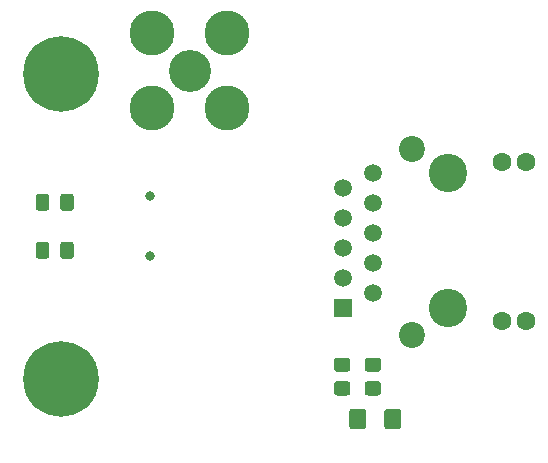
<source format=gts>
G04 #@! TF.GenerationSoftware,KiCad,Pcbnew,(5.1.12)-1*
G04 #@! TF.CreationDate,2021-12-17T13:10:56+01:00*
G04 #@! TF.ProjectId,eth_mezz_mag_rj45,6574685f-6d65-47a7-9a5f-6d61675f726a,rev?*
G04 #@! TF.SameCoordinates,Original*
G04 #@! TF.FileFunction,Soldermask,Top*
G04 #@! TF.FilePolarity,Negative*
%FSLAX46Y46*%
G04 Gerber Fmt 4.6, Leading zero omitted, Abs format (unit mm)*
G04 Created by KiCad (PCBNEW (5.1.12)-1) date 2021-12-17 13:10:56*
%MOMM*%
%LPD*%
G01*
G04 APERTURE LIST*
%ADD10C,0.800000*%
%ADD11C,6.400000*%
%ADD12C,3.810000*%
%ADD13C,3.556000*%
%ADD14C,1.600000*%
%ADD15R,1.500000X1.500000*%
%ADD16C,1.500000*%
%ADD17C,2.200000*%
%ADD18C,3.250000*%
G04 APERTURE END LIST*
D10*
X124889820Y-98307900D03*
X124889820Y-93250500D03*
X119093056Y-106981344D03*
X117396000Y-106278400D03*
X115698944Y-106981344D03*
X114996000Y-108678400D03*
X115698944Y-110375456D03*
X117396000Y-111078400D03*
X119093056Y-110375456D03*
X119796000Y-108678400D03*
D11*
X117396000Y-108678400D03*
D10*
X119093056Y-81174944D03*
X117396000Y-80472000D03*
X115698944Y-81174944D03*
X114996000Y-82872000D03*
X115698944Y-84569056D03*
X117396000Y-85272000D03*
X119093056Y-84569056D03*
X119796000Y-82872000D03*
D11*
X117396000Y-82872000D03*
D12*
X131467600Y-85767600D03*
X125117600Y-85767600D03*
X131467600Y-79417600D03*
D13*
X128292600Y-82592600D03*
D12*
X125117600Y-79417600D03*
G36*
G01*
X116416500Y-97332200D02*
X116416500Y-98282200D01*
G75*
G02*
X116166500Y-98532200I-250000J0D01*
G01*
X115491500Y-98532200D01*
G75*
G02*
X115241500Y-98282200I0J250000D01*
G01*
X115241500Y-97332200D01*
G75*
G02*
X115491500Y-97082200I250000J0D01*
G01*
X116166500Y-97082200D01*
G75*
G02*
X116416500Y-97332200I0J-250000D01*
G01*
G37*
G36*
G01*
X118491500Y-97332200D02*
X118491500Y-98282200D01*
G75*
G02*
X118241500Y-98532200I-250000J0D01*
G01*
X117566500Y-98532200D01*
G75*
G02*
X117316500Y-98282200I0J250000D01*
G01*
X117316500Y-97332200D01*
G75*
G02*
X117566500Y-97082200I250000J0D01*
G01*
X118241500Y-97082200D01*
G75*
G02*
X118491500Y-97332200I0J-250000D01*
G01*
G37*
G36*
G01*
X116416500Y-93268200D02*
X116416500Y-94218200D01*
G75*
G02*
X116166500Y-94468200I-250000J0D01*
G01*
X115491500Y-94468200D01*
G75*
G02*
X115241500Y-94218200I0J250000D01*
G01*
X115241500Y-93268200D01*
G75*
G02*
X115491500Y-93018200I250000J0D01*
G01*
X116166500Y-93018200D01*
G75*
G02*
X116416500Y-93268200I0J-250000D01*
G01*
G37*
G36*
G01*
X118491500Y-93268200D02*
X118491500Y-94218200D01*
G75*
G02*
X118241500Y-94468200I-250000J0D01*
G01*
X117566500Y-94468200D01*
G75*
G02*
X117316500Y-94218200I0J250000D01*
G01*
X117316500Y-93268200D01*
G75*
G02*
X117566500Y-93018200I250000J0D01*
G01*
X118241500Y-93018200D01*
G75*
G02*
X118491500Y-93268200I0J-250000D01*
G01*
G37*
G36*
G01*
X144775000Y-112725000D02*
X144775000Y-111475000D01*
G75*
G02*
X145025000Y-111225000I250000J0D01*
G01*
X145950000Y-111225000D01*
G75*
G02*
X146200000Y-111475000I0J-250000D01*
G01*
X146200000Y-112725000D01*
G75*
G02*
X145950000Y-112975000I-250000J0D01*
G01*
X145025000Y-112975000D01*
G75*
G02*
X144775000Y-112725000I0J250000D01*
G01*
G37*
G36*
G01*
X141800000Y-112725000D02*
X141800000Y-111475000D01*
G75*
G02*
X142050000Y-111225000I250000J0D01*
G01*
X142975000Y-111225000D01*
G75*
G02*
X143225000Y-111475000I0J-250000D01*
G01*
X143225000Y-112725000D01*
G75*
G02*
X142975000Y-112975000I-250000J0D01*
G01*
X142050000Y-112975000D01*
G75*
G02*
X141800000Y-112725000I0J250000D01*
G01*
G37*
G36*
G01*
X143349999Y-108900000D02*
X144250001Y-108900000D01*
G75*
G02*
X144500000Y-109149999I0J-249999D01*
G01*
X144500000Y-109850001D01*
G75*
G02*
X144250001Y-110100000I-249999J0D01*
G01*
X143349999Y-110100000D01*
G75*
G02*
X143100000Y-109850001I0J249999D01*
G01*
X143100000Y-109149999D01*
G75*
G02*
X143349999Y-108900000I249999J0D01*
G01*
G37*
G36*
G01*
X143349999Y-106900000D02*
X144250001Y-106900000D01*
G75*
G02*
X144500000Y-107149999I0J-249999D01*
G01*
X144500000Y-107850001D01*
G75*
G02*
X144250001Y-108100000I-249999J0D01*
G01*
X143349999Y-108100000D01*
G75*
G02*
X143100000Y-107850001I0J249999D01*
G01*
X143100000Y-107149999D01*
G75*
G02*
X143349999Y-106900000I249999J0D01*
G01*
G37*
G36*
G01*
X140749999Y-108900000D02*
X141650001Y-108900000D01*
G75*
G02*
X141900000Y-109149999I0J-249999D01*
G01*
X141900000Y-109850001D01*
G75*
G02*
X141650001Y-110100000I-249999J0D01*
G01*
X140749999Y-110100000D01*
G75*
G02*
X140500000Y-109850001I0J249999D01*
G01*
X140500000Y-109149999D01*
G75*
G02*
X140749999Y-108900000I249999J0D01*
G01*
G37*
G36*
G01*
X140749999Y-106900000D02*
X141650001Y-106900000D01*
G75*
G02*
X141900000Y-107149999I0J-249999D01*
G01*
X141900000Y-107850001D01*
G75*
G02*
X141650001Y-108100000I-249999J0D01*
G01*
X140749999Y-108100000D01*
G75*
G02*
X140500000Y-107850001I0J249999D01*
G01*
X140500000Y-107149999D01*
G75*
G02*
X140749999Y-106900000I249999J0D01*
G01*
G37*
D14*
X154720000Y-90366000D03*
X156750000Y-90366000D03*
X154720000Y-103816000D03*
D15*
X141260000Y-102680000D03*
D16*
X141260000Y-100140000D03*
X141260000Y-97600000D03*
X141260000Y-95060000D03*
X141260000Y-92520000D03*
X143800000Y-101410000D03*
X143800000Y-98870000D03*
X143800000Y-96330000D03*
X143800000Y-93790000D03*
D17*
X147102000Y-104966000D03*
D18*
X150150000Y-102680000D03*
X150150000Y-91250000D03*
D17*
X147100000Y-89220000D03*
D14*
X156750000Y-103816000D03*
D16*
X143800000Y-91250000D03*
M02*

</source>
